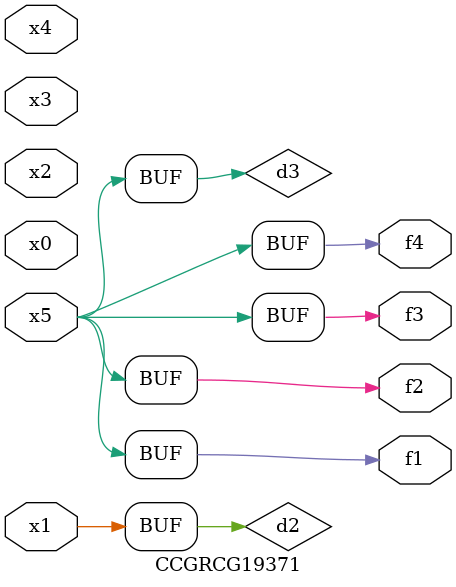
<source format=v>
module CCGRCG19371(
	input x0, x1, x2, x3, x4, x5,
	output f1, f2, f3, f4
);

	wire d1, d2, d3;

	not (d1, x5);
	or (d2, x1);
	xnor (d3, d1);
	assign f1 = d3;
	assign f2 = d3;
	assign f3 = d3;
	assign f4 = d3;
endmodule

</source>
